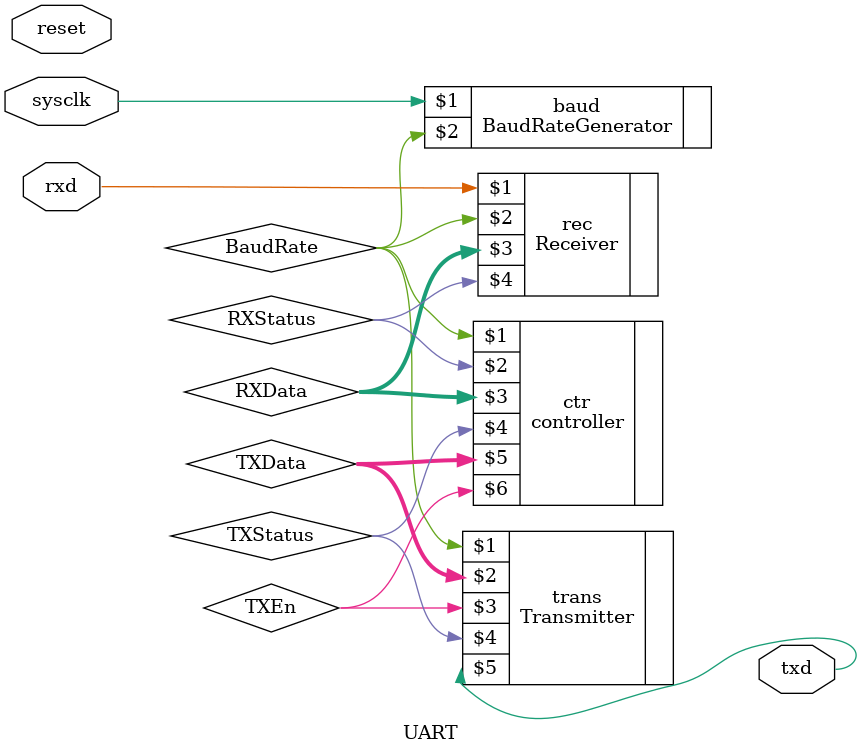
<source format=v>
module UART(sysclk,reset,rxd,txd);
input sysclk,reset,rxd;
output txd;
wire BaudRate,RXStatus,TXStatus,TXEn;
wire [7:0] RXData;
wire [7:0] TXData;

BaudRateGenerator baud(sysclk,BaudRate);
Receiver rec(rxd,BaudRate,RXData,RXStatus);
controller ctr(BaudRate,RXStatus,RXData,TXStatus,TXData,TXEn);
Transmitter trans(BaudRate,TXData,TXEn,TXStatus,txd);

endmodule

</source>
